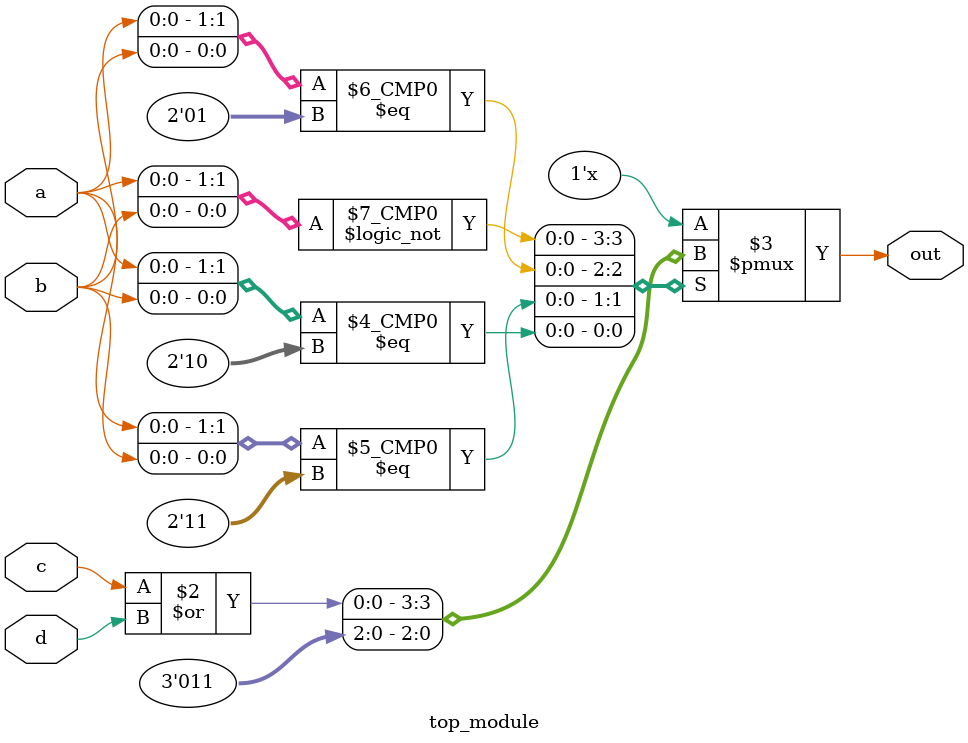
<source format=sv>
module top_module (
    input a, 
    input b,
    input c,
    input d,
    output reg out
);

always @(*) begin
    case ({a, b})
        2'b00: out = c | d;
        2'b01: out = 1'b0;
        2'b11: out = 1'b1;
        2'b10: out = 1'b1;
    endcase
end

endmodule

</source>
